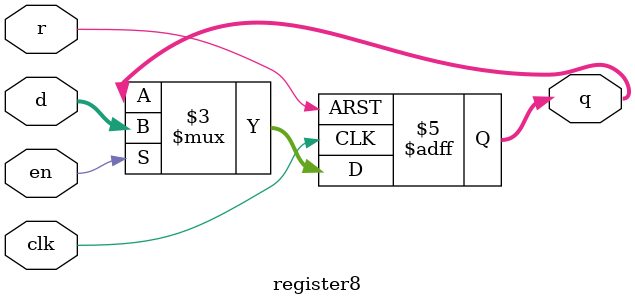
<source format=v>
module register8(
	input wire clk,
	input wire[7:0] d,
	input wire en,
	input wire r,
	output reg[7:0] q
);

	always @ (posedge clk or negedge r)
	begin
		if (~r)
			q <= 8'b0;
		else if (en)
			q <= d;
	end

endmodule 
		
</source>
